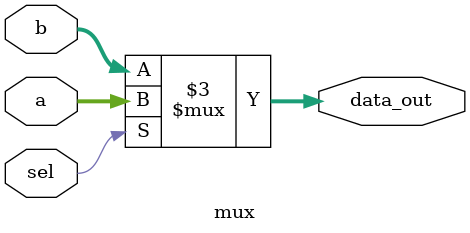
<source format=v>
module mux (
  input [63:0] a,
  input [63:0] b,
  input sel,
  output reg [63:0] data_out
);
  
always @ (sel or a or b) // will execute whenever sel changes, to whatever direction
  begin
    if (sel)
      data_out <= a;  
    else
      data_out <= b;
  end

endmodule
</source>
